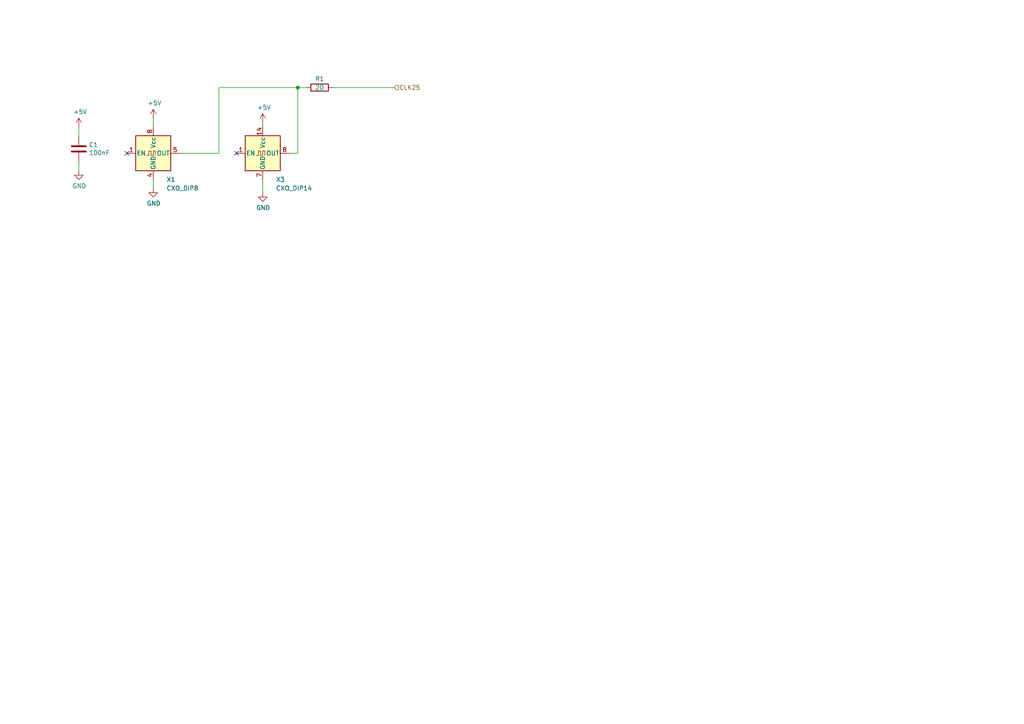
<source format=kicad_sch>
(kicad_sch (version 20211123) (generator eeschema)
  (paper "A4")
  (title_block (title "https://github.com/Lougous/b68k-av"))
  (lib_symbols
    (symbol "Device:C" (pin_numbers hide) (pin_names (offset 0.254))
      (property "Reference" "C" (at 0.635 2.54 0))
      (property "Value" "C" (at 0.635 -2.54 0))
      (symbol "C_0_1"
        (polyline (pts (xy -2.032 -0.762) (xy 2.032 -0.762)) (stroke (width 0.508)))
        (polyline (pts (xy -2.032 0.762) (xy 2.032 0.762)) (stroke (width 0.508)))
      )
      (symbol "C_1_1"
        (pin passive line (at 0 3.81 270) (length 2.794) (name "~") (number "1"))
        (pin passive line (at 0 -3.81 90) (length 2.794) (name "~") (number "2"))
      )
    )
    (symbol "Device:R" (pin_numbers hide) (pin_names (offset 0))
      (property "Reference" "R" (at 2.032 0 90))
      (property "Value" "R" (at 0 0 90))
      (symbol "R_0_1"
        (rectangle (start -1.016 -2.54) (end 1.016 2.54) (stroke (width 0.254)))
      )
      (symbol "R_1_1"
        (pin passive line (at 0 3.81 270) (length 1.27) (name "~") (number "1"))
        (pin passive line (at 0 -3.81 90) (length 1.27) (name "~") (number "2"))
      )
    )
    (symbol "Oscillator:CXO_DIP14" (pin_names (offset 0.254))
      (property "Reference" "X" (at -5.08 6.35 0))
      (property "Value" "CXO_DIP14" (at 1.27 -6.35 0))
      (symbol "CXO_DIP14_0_1"
        (rectangle (start -5.08 5.08) (end 5.08 -5.08) (stroke (width 0.254)) (fill (type background)))
        (polyline (pts (xy -1.905 -0.635) (xy -1.27 -0.635) (xy -1.27 0.635) (xy -0.635 0.635) (xy -0.635 -0.635) (xy 0 -0.635) (xy 0 0.635) (xy 0.635 0.635) (xy 0.635 -0.635)))
      )
      (symbol "CXO_DIP14_1_1"
        (pin input line (at -7.62 0 0) (length 2.54) (name "EN") (number "1"))
        (pin power_in line (at 0 7.62 270) (length 2.54) (name "Vcc") (number "14"))
        (pin power_in line (at 0 -7.62 90) (length 2.54) (name "GND") (number "7"))
        (pin output line (at 7.62 0 180) (length 2.54) (name "OUT") (number "8"))
      )
    )
    (symbol "Oscillator:CXO_DIP8" (pin_names (offset 0.254))
      (property "Reference" "X" (at -5.08 6.35 0))
      (property "Value" "CXO_DIP8" (at 1.27 -6.35 0))
      (symbol "CXO_DIP8_0_1"
        (rectangle (start -5.08 5.08) (end 5.08 -5.08) (stroke (width 0.254)) (fill (type background)))
        (polyline (pts (xy -1.905 -0.635) (xy -1.27 -0.635) (xy -1.27 0.635) (xy -0.635 0.635) (xy -0.635 -0.635) (xy 0 -0.635) (xy 0 0.635) (xy 0.635 0.635) (xy 0.635 -0.635)))
      )
      (symbol "CXO_DIP8_1_1"
        (pin input line (at -7.62 0 0) (length 2.54) (name "EN") (number "1"))
        (pin power_in line (at 0 -7.62 90) (length 2.54) (name "GND") (number "4"))
        (pin output line (at 7.62 0 180) (length 2.54) (name "OUT") (number "5"))
        (pin power_in line (at 0 7.62 270) (length 2.54) (name "Vcc") (number "8"))
      )
    )
    (symbol "power:+5V" (power) (pin_names (offset 0))
      (property "Value" "+5V" (at 0 3.556 0))
      (symbol "+5V_0_1"
        (polyline (pts (xy -0.762 1.27) (xy 0 2.54)))
        (polyline (pts (xy 0 0) (xy 0 2.54)))
        (polyline (pts (xy 0 2.54) (xy 0.762 1.27)))
      )
      (symbol "+5V_1_1"
        (pin power_in line (at 0 0 90) (length 0) hide (name "+5V") (number "1"))
      )
    )
    (symbol "power:GND" (power) (pin_names (offset 0))
      (property "Value" "GND" (at 0 -3.81 0))
      (symbol "GND_0_1"
        (polyline (pts (xy 0 0) (xy 0 -1.27) (xy 1.27 -1.27) (xy 0 -2.54) (xy -1.27 -1.27) (xy 0 -1.27)))
      )
      (symbol "GND_1_1"
        (pin power_in line (at 0 0 270) (length 0) hide (name "GND") (number "1"))
      )
    )
  )
  (junction (at 86.36 25.4))
  (no_connect (at 68.58 44.45))
  (no_connect (at 36.83 44.45))
  (wire (pts (xy 63.5 44.45) (xy 63.5 25.4)))
  (wire (pts (xy 44.45 54.61) (xy 44.45 52.07)))
  (wire (pts (xy 76.2 52.07) (xy 76.2 55.88)))
  (wire (pts (xy 86.36 44.45) (xy 86.36 25.4)))
  (wire (pts (xy 83.82 44.45) (xy 86.36 44.45)))
  (wire (pts (xy 86.36 25.4) (xy 88.9 25.4)))
  (wire (pts (xy 52.07 44.45) (xy 63.5 44.45)))
  (wire (pts (xy 22.86 49.53) (xy 22.86 46.99)))
  (wire (pts (xy 22.86 39.37) (xy 22.86 36.83)))
  (wire (pts (xy 76.2 36.83) (xy 76.2 35.56)))
  (wire (pts (xy 63.5 25.4) (xy 86.36 25.4)))
  (wire (pts (xy 96.52 25.4) (xy 114.3 25.4)))
  (wire (pts (xy 44.45 36.83) (xy 44.45 34.29)))
  (hierarchical_label "CLK25" (shape input) (at 114.3 25.4 0))
  (symbol (lib_id "Oscillator:CXO_DIP14") (at 76.2 44.45 0) (unit 1)
    (property "Reference" "X3" (at 80.01 52.07 0) (effects (justify left)))
    (property "Value" "CXO_DIP14" (at 80.01 54.61 0) (effects (justify left)))
    (property "Footprint" "Oscillator:Oscillator_DIP-14" (effects hide))
    (property "Datasheet" "http://cdn-reichelt.de/documents/datenblatt/B400/OSZI.pdf" (effects hide))
  )
  (symbol (lib_id "Oscillator:CXO_DIP8") (at 44.45 44.45 0) (unit 1)
    (property "Reference" "X1" (at 48.26 52.07 0) (effects (justify left)))
    (property "Value" "CXO_DIP8" (at 48.26 54.61 0) (effects (justify left)))
    (property "Footprint" "Oscillator:Oscillator_DIP-8" (effects hide))
    (property "Datasheet" "http://cdn-reichelt.de/documents/datenblatt/B400/OSZI.pdf" (effects hide))
  )
  (symbol (lib_id "Device:R") (at 92.71 25.4 270) (unit 1)
    (property "Reference" "R1" (at 92.71 22.86 90))
    (property "Value" "20" (at 92.71 25.4 90))
    (property "Footprint" "Resistor_THT:R_Axial_DIN0204_L3.6mm_D1.6mm_P7.62mm_Horizontal" (effects hide))
  )
  (symbol (lib_id "Device:C") (at 22.86 43.18 0) (unit 1)
    (property "Reference" "C1" (at 25.781 42.0116 0) (effects (justify left)))
    (property "Value" "100nF" (at 25.781 44.323 0) (effects (justify left)))
    (property "Footprint" "Capacitor_THT:C_Disc_D4.3mm_W1.9mm_P5.00mm" (effects hide))
  )
  (symbol (lib_id "power:GND") (at 22.86 49.53 0) (unit 1)
    (property "Reference" "#PWR0106" (effects hide))
    (property "Value" "GND" (at 22.987 53.9242 0))
  )
  (symbol (lib_id "power:GND") (at 44.45 54.61 0) (unit 1)
    (property "Reference" "#PWR0107" (effects hide))
    (property "Value" "GND" (at 44.577 59.0042 0))
  )
  (symbol (lib_id "power:GND") (at 76.2 55.88 0) (unit 1)
    (property "Reference" "#PWR0108" (effects hide))
    (property "Value" "GND" (at 76.327 60.2742 0))
  )
  (symbol (lib_id "power:+5V") (at 44.45 34.29 0) (unit 1)
    (property "Reference" "#PWR0109" (effects hide))
    (property "Value" "+5V" (at 44.831 29.8958 0))
  )
  (symbol (lib_id "power:+5V") (at 22.86 36.83 0) (unit 1)
    (property "Reference" "#PWR0110" (effects hide))
    (property "Value" "+5V" (at 23.241 32.4358 0))
  )
  (symbol (lib_id "power:+5V") (at 76.2 35.56 0) (unit 1)
    (property "Reference" "#PWR0111" (effects hide))
    (property "Value" "+5V" (at 76.581 31.1658 0))
  )
)
</source>
